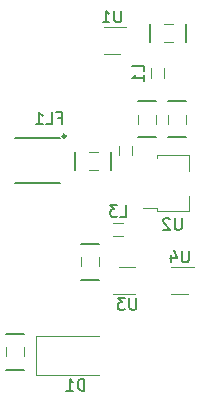
<source format=gbr>
%TF.GenerationSoftware,KiCad,Pcbnew,(5.99.0-6526-g442f40fa66)*%
%TF.CreationDate,2020-10-31T18:39:34+01:00*%
%TF.ProjectId,RFSWITCH01A,52465357-4954-4434-9830-31412e6b6963,rev?*%
%TF.SameCoordinates,Original*%
%TF.FileFunction,Legend,Bot*%
%TF.FilePolarity,Positive*%
%FSLAX46Y46*%
G04 Gerber Fmt 4.6, Leading zero omitted, Abs format (unit mm)*
G04 Created by KiCad (PCBNEW (5.99.0-6526-g442f40fa66)) date 2020-10-31 18:39:34*
%MOMM*%
%LPD*%
G01*
G04 APERTURE LIST*
%ADD10C,0.150000*%
%ADD11C,0.120000*%
%ADD12C,0.127000*%
%ADD13C,0.240000*%
G04 APERTURE END LIST*
D10*
%TO.C,D1*%
X17978095Y7207619D02*
X17978095Y8207619D01*
X17740000Y8207619D01*
X17597142Y8160000D01*
X17501904Y8064761D01*
X17454285Y7969523D01*
X17406666Y7779047D01*
X17406666Y7636190D01*
X17454285Y7445714D01*
X17501904Y7350476D01*
X17597142Y7255238D01*
X17740000Y7207619D01*
X17978095Y7207619D01*
X16454285Y7207619D02*
X17025714Y7207619D01*
X16740000Y7207619D02*
X16740000Y8207619D01*
X16835238Y8064761D01*
X16930476Y7969523D01*
X17025714Y7921904D01*
%TO.C,U3*%
X22351904Y15057619D02*
X22351904Y14248095D01*
X22304285Y14152857D01*
X22256666Y14105238D01*
X22161428Y14057619D01*
X21970952Y14057619D01*
X21875714Y14105238D01*
X21828095Y14152857D01*
X21780476Y14248095D01*
X21780476Y15057619D01*
X21399523Y15057619D02*
X20780476Y15057619D01*
X21113809Y14676666D01*
X20970952Y14676666D01*
X20875714Y14629047D01*
X20828095Y14581428D01*
X20780476Y14486190D01*
X20780476Y14248095D01*
X20828095Y14152857D01*
X20875714Y14105238D01*
X20970952Y14057619D01*
X21256666Y14057619D01*
X21351904Y14105238D01*
X21399523Y14152857D01*
%TO.C,U2*%
X26207904Y21812619D02*
X26207904Y21003095D01*
X26160285Y20907857D01*
X26112666Y20860238D01*
X26017428Y20812619D01*
X25826952Y20812619D01*
X25731714Y20860238D01*
X25684095Y20907857D01*
X25636476Y21003095D01*
X25636476Y21812619D01*
X25207904Y21717380D02*
X25160285Y21765000D01*
X25065047Y21812619D01*
X24826952Y21812619D01*
X24731714Y21765000D01*
X24684095Y21717380D01*
X24636476Y21622142D01*
X24636476Y21526904D01*
X24684095Y21384047D01*
X25255523Y20812619D01*
X24636476Y20812619D01*
%TO.C,U1*%
X21081904Y39377619D02*
X21081904Y38568095D01*
X21034285Y38472857D01*
X20986666Y38425238D01*
X20891428Y38377619D01*
X20700952Y38377619D01*
X20605714Y38425238D01*
X20558095Y38472857D01*
X20510476Y38568095D01*
X20510476Y39377619D01*
X19510476Y38377619D02*
X20081904Y38377619D01*
X19796190Y38377619D02*
X19796190Y39377619D01*
X19891428Y39234761D01*
X19986666Y39139523D01*
X20081904Y39091904D01*
%TO.C,L1*%
X23032380Y34249166D02*
X23032380Y34725357D01*
X22032380Y34725357D01*
X23032380Y33392023D02*
X23032380Y33963452D01*
X23032380Y33677738D02*
X22032380Y33677738D01*
X22175238Y33772976D01*
X22270476Y33868214D01*
X22318095Y33963452D01*
%TO.C,FL1*%
X15724095Y30297428D02*
X16057428Y30297428D01*
X16057428Y29773619D02*
X16057428Y30773619D01*
X15581238Y30773619D01*
X14724095Y29773619D02*
X15200285Y29773619D01*
X15200285Y30773619D01*
X13866952Y29773619D02*
X14438380Y29773619D01*
X14152666Y29773619D02*
X14152666Y30773619D01*
X14247904Y30630761D01*
X14343142Y30535523D01*
X14438380Y30487904D01*
%TO.C,U4*%
X26796904Y19057619D02*
X26796904Y18248095D01*
X26749285Y18152857D01*
X26701666Y18105238D01*
X26606428Y18057619D01*
X26415952Y18057619D01*
X26320714Y18105238D01*
X26273095Y18152857D01*
X26225476Y18248095D01*
X26225476Y19057619D01*
X25320714Y18724285D02*
X25320714Y18057619D01*
X25558809Y19105238D02*
X25796904Y18390952D01*
X25177857Y18390952D01*
%TO.C,L3*%
X20994666Y21925619D02*
X21470857Y21925619D01*
X21470857Y22925619D01*
X20756571Y22925619D02*
X20137523Y22925619D01*
X20470857Y22544666D01*
X20328000Y22544666D01*
X20232761Y22497047D01*
X20185142Y22449428D01*
X20137523Y22354190D01*
X20137523Y22116095D01*
X20185142Y22020857D01*
X20232761Y21973238D01*
X20328000Y21925619D01*
X20613714Y21925619D01*
X20708952Y21973238D01*
X20756571Y22020857D01*
D11*
%TO.C,D1*%
X13840000Y8510000D02*
X13840000Y11810000D01*
X13840000Y8510000D02*
X19240000Y8510000D01*
X13840000Y11810000D02*
X19240000Y11810000D01*
%TO.C,U3*%
X22290000Y15350000D02*
X20390000Y15350000D01*
X20890000Y17670000D02*
X22290000Y17670000D01*
%TO.C,U2*%
X26806000Y27125000D02*
X24086000Y27125000D01*
X26806000Y25815000D02*
X26806000Y27125000D01*
X24086000Y27125000D02*
X24086000Y26895000D01*
X24086000Y22405000D02*
X26806000Y22405000D01*
X26806000Y22405000D02*
X26806000Y23715000D01*
X24086000Y22405000D02*
X24086000Y22635000D01*
X22946000Y22635000D02*
X24086000Y22635000D01*
%TO.C,C1*%
X12827000Y10858500D02*
X12827000Y10096500D01*
D10*
X12827000Y12001500D02*
X11303000Y12001500D01*
D11*
X11303000Y10858500D02*
X11303000Y10096500D01*
D10*
X11303000Y8953500D02*
X12827000Y8953500D01*
D11*
%TO.C,U1*%
X21020000Y35670000D02*
X19620000Y35670000D01*
X19620000Y37990000D02*
X21520000Y37990000D01*
%TO.C,C4*%
X22479000Y30543500D02*
X22479000Y29781500D01*
D10*
X24003000Y31686500D02*
X22479000Y31686500D01*
X22479000Y28638500D02*
X24003000Y28638500D01*
D11*
X24003000Y30543500D02*
X24003000Y29781500D01*
%TO.C,L2*%
X20903000Y27912122D02*
X20903000Y27112878D01*
X22023000Y27912122D02*
X22023000Y27112878D01*
D10*
%TO.C,C2*%
X26606500Y36703000D02*
X26606500Y38227000D01*
X23558500Y38227000D02*
X23558500Y36703000D01*
D11*
X24701500Y38227000D02*
X25463500Y38227000D01*
X24701500Y36703000D02*
X25463500Y36703000D01*
%TO.C,L1*%
X23570000Y34482122D02*
X23570000Y33682878D01*
X24690000Y34482122D02*
X24690000Y33682878D01*
D10*
%TO.C,C6*%
X19177000Y19621500D02*
X17653000Y19621500D01*
D11*
X17653000Y18478500D02*
X17653000Y17716500D01*
D10*
X17653000Y16573500D02*
X19177000Y16573500D01*
D11*
X19177000Y18478500D02*
X19177000Y17716500D01*
D12*
%TO.C,FL1*%
X12070000Y24770000D02*
X15870000Y24770000D01*
X15870000Y28570000D02*
X12070000Y28570000D01*
D13*
X16374000Y28746000D02*
G75*
G03*
X16374000Y28746000I-120000J0D01*
G01*
D11*
%TO.C,U4*%
X25335000Y17670000D02*
X27235000Y17670000D01*
X26735000Y15350000D02*
X25335000Y15350000D01*
%TO.C,C3*%
X25019000Y30543500D02*
X25019000Y29781500D01*
D10*
X26543000Y31686500D02*
X25019000Y31686500D01*
D11*
X26543000Y30543500D02*
X26543000Y29781500D01*
D10*
X25019000Y28638500D02*
X26543000Y28638500D01*
%TO.C,C5*%
X17208500Y27432000D02*
X17208500Y25908000D01*
D11*
X18351500Y27432000D02*
X19113500Y27432000D01*
X18351500Y25908000D02*
X19113500Y25908000D01*
D10*
X20256500Y25908000D02*
X20256500Y27432000D01*
D11*
%TO.C,L3*%
X21227622Y20268000D02*
X20428378Y20268000D01*
X21227622Y21388000D02*
X20428378Y21388000D01*
%TD*%
M02*

</source>
